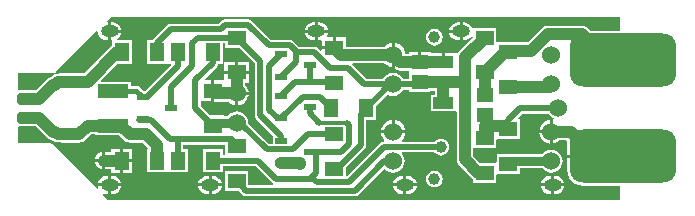
<source format=gbr>
%TF.GenerationSoftware,Altium Limited,Altium Designer,18.1.7 (191)*%
G04 Layer_Physical_Order=1*
G04 Layer_Color=255*
%FSLAX45Y45*%
%MOMM*%
%TF.FileFunction,Copper,L1,Top,Signal*%
%TF.Part,Single*%
G01*
G75*
%TA.AperFunction,SMDPad,CuDef*%
%ADD10R,1.75000X1.00000*%
%ADD11R,1.55000X1.30000*%
%ADD12R,1.00000X0.60000*%
%ADD13R,1.30000X1.55000*%
%ADD14R,2.65000X1.15000*%
%ADD15R,1.35000X1.20000*%
G04:AMPARAMS|DCode=16|XSize=1mm|YSize=2mm|CornerRadius=0.25mm|HoleSize=0mm|Usage=FLASHONLY|Rotation=90.000|XOffset=0mm|YOffset=0mm|HoleType=Round|Shape=RoundedRectangle|*
%AMROUNDEDRECTD16*
21,1,1.00000,1.50000,0,0,90.0*
21,1,0.50000,2.00000,0,0,90.0*
1,1,0.50000,0.75000,0.25000*
1,1,0.50000,0.75000,-0.25000*
1,1,0.50000,-0.75000,-0.25000*
1,1,0.50000,-0.75000,0.25000*
%
%ADD16ROUNDEDRECTD16*%
%TA.AperFunction,FiducialPad,Global*%
%ADD17C,1.00000*%
%TA.AperFunction,Conductor*%
%ADD18C,1.00000*%
%ADD19C,0.40000*%
%ADD20C,0.50000*%
%ADD21C,0.30000*%
%ADD22C,0.80000*%
%TA.AperFunction,ViaPad*%
%ADD23O,1.50000X1.00000*%
%TA.AperFunction,ComponentPad*%
%ADD24C,1.52400*%
G04:AMPARAMS|DCode=25|XSize=9mm|YSize=4.5mm|CornerRadius=1.125mm|HoleSize=0mm|Usage=FLASHONLY|Rotation=0.000|XOffset=0mm|YOffset=0mm|HoleType=Round|Shape=RoundedRectangle|*
%AMROUNDEDRECTD25*
21,1,9.00000,2.25000,0,0,0.0*
21,1,6.75000,4.50000,0,0,0.0*
1,1,2.25000,3.37500,-1.12500*
1,1,2.25000,-3.37500,-1.12500*
1,1,2.25000,-3.37500,1.12500*
1,1,2.25000,3.37500,1.12500*
%
%ADD25ROUNDEDRECTD25*%
%TA.AperFunction,ViaPad*%
%ADD26C,1.00000*%
G36*
X-25488Y652143D02*
X-277294D01*
X-300076Y674924D01*
X-314698Y686145D01*
X-331727Y693198D01*
X-350000Y695604D01*
X-641758D01*
X-660031Y693198D01*
X-677060Y686145D01*
X-691682Y674924D01*
X-809303Y557304D01*
X-877500D01*
Y557500D01*
X-1072500D01*
X-1077500Y568128D01*
Y682500D01*
X-1268103D01*
X-1272500Y682500D01*
X-1283525Y686544D01*
X-1284138Y688025D01*
X-1296224Y703776D01*
X-1311975Y715862D01*
X-1330317Y723459D01*
X-1350000Y726051D01*
X-1362300D01*
Y650000D01*
Y573949D01*
X-1350000D01*
X-1330317Y576541D01*
X-1311975Y584138D01*
X-1296224Y596224D01*
X-1290953Y603094D01*
X-1277627Y599598D01*
X-1277019Y595330D01*
X-1389924Y482424D01*
X-1399977Y469324D01*
X-1412100Y467900D01*
Y467900D01*
X-1412101Y467900D01*
X-1512300D01*
Y392499D01*
X-1537700D01*
Y467900D01*
X-1632100D01*
Y472900D01*
X-1712299D01*
Y387500D01*
X-1737699D01*
Y472900D01*
X-1817900D01*
Y458103D01*
X-1848590D01*
X-1851015Y476523D01*
X-1861252Y501238D01*
X-1877538Y522462D01*
X-1898762Y538747D01*
X-1923477Y548985D01*
X-1937300Y550805D01*
Y450000D01*
Y337480D01*
X-1922802Y326355D01*
X-1905773Y319302D01*
X-1887500Y316896D01*
X-1817900D01*
Y302100D01*
X-1817900D01*
X-1812500Y297500D01*
Y245881D01*
X-1864879D01*
X-1865969Y248515D01*
X-1881389Y268610D01*
X-1901485Y284030D01*
X-1924887Y293724D01*
X-1950000Y297030D01*
X-1975113Y293724D01*
X-1998515Y284030D01*
X-2018610Y268610D01*
X-2034030Y248515D01*
X-2035121Y245881D01*
X-2175153D01*
X-2295968Y366696D01*
X-2291375Y379396D01*
X-2023888D01*
X-2022462Y377538D01*
X-2001238Y361252D01*
X-1976523Y351015D01*
X-1962700Y349195D01*
Y450000D01*
Y550805D01*
X-1976523Y548985D01*
X-2001238Y538747D01*
X-2022462Y522462D01*
X-2023888Y520604D01*
X-2347100D01*
Y600400D01*
X-2437300D01*
Y510000D01*
X-2450000D01*
Y497300D01*
X-2552900D01*
Y488240D01*
X-2564633Y483380D01*
X-2588696Y507443D01*
X-2603581Y517389D01*
X-2621140Y520882D01*
X-2749856D01*
X-2793917Y564943D01*
X-2808802Y574889D01*
X-2826360Y578381D01*
X-2984856D01*
X-3146417Y739943D01*
X-3161302Y749889D01*
X-3178861Y753381D01*
X-3371140D01*
X-3388698Y749889D01*
X-3403583Y739943D01*
X-3427961Y715565D01*
X-3830317D01*
X-3847875Y712072D01*
X-3862760Y702127D01*
X-3984943Y579943D01*
X-3989917Y572500D01*
X-4037500D01*
Y377500D01*
X-3870200D01*
X-3867501Y377500D01*
Y377500D01*
X-3857499D01*
Y377500D01*
X-3832847D01*
X-3827586Y364800D01*
X-4047386Y145000D01*
X-4062323D01*
X-4093661Y176338D01*
X-4106892Y185179D01*
X-4122500Y188284D01*
X-4122501Y188283D01*
X-4172500D01*
Y225000D01*
X-4420053D01*
X-4424913Y236733D01*
X-4284146Y377500D01*
X-4162500D01*
Y572500D01*
X-4282019D01*
X-4285397Y580434D01*
X-4285591Y585200D01*
X-4271224Y596224D01*
X-4259138Y611975D01*
X-4251541Y630316D01*
X-4250621Y637300D01*
X-4337300D01*
Y573075D01*
X-4332500Y572500D01*
X-4332500Y563811D01*
Y527932D01*
X-4336419Y524925D01*
X-4565740Y295604D01*
X-4763589D01*
X-4781862Y293198D01*
X-4788126Y290604D01*
X-4791127D01*
X-4809400Y288198D01*
X-4826429Y281144D01*
X-4841051Y269924D01*
X-4845240Y265735D01*
X-4845812Y265660D01*
X-4862840Y258607D01*
X-4877463Y247386D01*
X-4973967Y150882D01*
X-5110000D01*
X-5114694Y149948D01*
X-5124511Y158005D01*
Y299511D01*
X-4825001D01*
X-4815246Y301452D01*
X-4806977Y306977D01*
X-4462921Y651032D01*
X-4450462Y645531D01*
X-4448459Y630316D01*
X-4440862Y611975D01*
X-4428776Y596224D01*
X-4413025Y584138D01*
X-4394683Y576541D01*
X-4375000Y573949D01*
X-4362700D01*
Y650000D01*
Y726051D01*
X-4369942D01*
X-4375346Y738607D01*
X-4339442Y774511D01*
X-25488Y774512D01*
Y652143D01*
D02*
G37*
G36*
X-1812500Y137500D02*
X-1637500D01*
Y146896D01*
X-1595604D01*
Y112500D01*
X-1632500D01*
Y-27500D01*
X-1529588D01*
X-1525000Y-28104D01*
X-1520412Y-27500D01*
X-1417500D01*
X-1410604Y-37344D01*
Y-435000D01*
X-1408198Y-453274D01*
X-1401145Y-470302D01*
X-1389924Y-484925D01*
X-1277425Y-597425D01*
X-1272500Y-601203D01*
Y-632500D01*
X-1077500D01*
Y-568129D01*
X-1072500Y-557500D01*
X-1064800Y-557500D01*
X-877500D01*
Y-511176D01*
X-684316D01*
X-678611Y-518611D01*
X-658515Y-534031D01*
X-635113Y-543724D01*
X-610000Y-547030D01*
X-584887Y-543724D01*
X-561485Y-534031D01*
X-541390Y-518611D01*
X-525969Y-498515D01*
X-516276Y-475113D01*
X-512970Y-450000D01*
X-516276Y-424887D01*
X-525969Y-401485D01*
X-541390Y-381390D01*
X-561485Y-365970D01*
X-584887Y-356276D01*
X-610000Y-352970D01*
X-635113Y-356276D01*
X-658515Y-365970D01*
X-678611Y-381390D01*
X-684316Y-388825D01*
X-877500D01*
Y-387500D01*
X-1072500D01*
Y-451871D01*
X-1077501Y-462500D01*
X-1085200Y-462500D01*
X-1212651D01*
X-1269396Y-405755D01*
Y-337500D01*
X-1077500D01*
Y-273129D01*
X-1072500Y-262500D01*
X-877500D01*
Y-92500D01*
X-885006D01*
X-889866Y-80767D01*
X-854981Y-45882D01*
X-635121D01*
X-634030Y-48515D01*
X-618610Y-68611D01*
X-598515Y-84031D01*
X-590747Y-87248D01*
X-594062Y-99622D01*
X-597301Y-99195D01*
Y-200000D01*
Y-300805D01*
X-583477Y-298985D01*
X-558762Y-288748D01*
X-537538Y-272462D01*
X-536112Y-270604D01*
X-485876D01*
X-475161Y-282648D01*
X-476590Y-293500D01*
Y-393300D01*
X0D01*
Y-418700D01*
X-476590D01*
Y-518500D01*
X-471850Y-554499D01*
X-457955Y-588045D01*
X-435851Y-616852D01*
X-407045Y-638956D01*
X-373499Y-652851D01*
X-337500Y-657590D01*
X-25488D01*
Y-774512D01*
X-4364442Y-774512D01*
X-4406744Y-732210D01*
X-4399550Y-721444D01*
X-4394683Y-723459D01*
X-4375000Y-726051D01*
X-4362700D01*
Y-662700D01*
X-4449379D01*
X-4448459Y-669683D01*
X-4446443Y-674550D01*
X-4457210Y-681744D01*
X-4831976Y-306977D01*
X-4840246Y-301452D01*
X-4850000Y-299512D01*
X-5124511D01*
Y-158005D01*
X-5114694Y-149948D01*
X-5110000Y-150882D01*
X-4976468D01*
X-4877425Y-249925D01*
X-4862802Y-261145D01*
X-4845774Y-268198D01*
X-4842324Y-268652D01*
X-4841051Y-269925D01*
X-4826429Y-281145D01*
X-4809400Y-288199D01*
X-4791127Y-290604D01*
X-4771001D01*
X-4770773Y-290698D01*
X-4752500Y-293104D01*
X-4611373D01*
X-4593100Y-290698D01*
X-4576071Y-283645D01*
X-4561449Y-272425D01*
X-4507128Y-218104D01*
X-4477500D01*
Y-225000D01*
X-4274849D01*
X-4228049Y-271800D01*
X-4213427Y-283020D01*
X-4196398Y-290073D01*
X-4178125Y-292479D01*
X-4070472D01*
X-4028151Y-334800D01*
X-4033412Y-347500D01*
X-4037500D01*
Y-542500D01*
X-3867501D01*
Y-542500D01*
X-3857500D01*
Y-542500D01*
X-3687500D01*
Y-347500D01*
X-3726619D01*
Y-308984D01*
X-3372500D01*
Y-399118D01*
X-3392500D01*
Y-347500D01*
X-3562500D01*
Y-542500D01*
X-3392500D01*
Y-490881D01*
X-3114005D01*
X-2972443Y-632443D01*
X-2969137Y-634652D01*
X-2966521Y-651675D01*
X-2968484Y-654119D01*
X-3173495D01*
X-3177500Y-650114D01*
Y-532500D01*
X-3372500D01*
Y-702500D01*
X-3254887D01*
X-3224943Y-732443D01*
X-3210058Y-742389D01*
X-3192500Y-745882D01*
X-2275000D01*
X-2257442Y-742389D01*
X-2242557Y-732443D01*
X-2028102Y-517989D01*
X-2018610Y-518611D01*
X-1998515Y-534031D01*
X-1975113Y-543724D01*
X-1950000Y-547030D01*
X-1924887Y-543724D01*
X-1901485Y-534031D01*
X-1881389Y-518611D01*
X-1865969Y-498515D01*
X-1856276Y-475113D01*
X-1852970Y-450000D01*
X-1856276Y-424887D01*
X-1865969Y-401485D01*
X-1876791Y-387382D01*
X-1870528Y-374682D01*
X-1601145D01*
X-1596124Y-381225D01*
X-1581502Y-392445D01*
X-1564473Y-399498D01*
X-1546200Y-401904D01*
X-1527926Y-399498D01*
X-1510898Y-392445D01*
X-1496275Y-381225D01*
X-1485055Y-366602D01*
X-1478002Y-349574D01*
X-1475596Y-331300D01*
X-1478002Y-313027D01*
X-1485055Y-295998D01*
X-1496275Y-281376D01*
X-1510898Y-270156D01*
X-1527926Y-263102D01*
X-1546200Y-260696D01*
X-1564473Y-263102D01*
X-1581502Y-270156D01*
X-1596124Y-281376D01*
X-1597308Y-282919D01*
X-1872182D01*
X-1875816Y-270219D01*
X-1861252Y-251239D01*
X-1851015Y-226523D01*
X-1849195Y-212700D01*
X-1950000D01*
X-2050805D01*
X-2048985Y-226523D01*
X-2038748Y-251239D01*
X-2024184Y-270219D01*
X-2026610Y-278697D01*
X-2029513Y-283060D01*
X-2046358Y-286411D01*
X-2061244Y-296357D01*
X-2339800Y-574914D01*
X-2352500Y-569653D01*
Y-508356D01*
X-2192557Y-348413D01*
X-2182611Y-333528D01*
X-2179119Y-315970D01*
Y-97500D01*
X-2092500D01*
Y20114D01*
X-1997192Y115421D01*
X-1975113Y106276D01*
X-1950000Y102970D01*
X-1924887Y106276D01*
X-1901485Y115969D01*
X-1881389Y131389D01*
X-1865969Y151485D01*
X-1864879Y154118D01*
X-1812500D01*
Y137500D01*
D02*
G37*
G36*
X-3372500Y512500D02*
X-3254887D01*
X-3120881Y378495D01*
Y-57356D01*
X-3117389Y-74914D01*
X-3107443Y-89799D01*
X-2965000Y-232242D01*
Y-304119D01*
X-3000995D01*
X-3178219Y-126894D01*
X-3177970Y-125000D01*
X-3181276Y-99887D01*
X-3190969Y-76485D01*
X-3206390Y-56390D01*
X-3226485Y-40970D01*
X-3249887Y-31277D01*
X-3275000Y-27970D01*
X-3300113Y-31277D01*
X-3323515Y-40970D01*
X-3343611Y-56390D01*
X-3349316Y-63825D01*
X-3380000D01*
Y-62500D01*
X-3497614D01*
X-3579119Y19005D01*
Y57100D01*
X-3490200D01*
Y147500D01*
Y237900D01*
X-3540621D01*
X-3545481Y249633D01*
X-3445057Y350057D01*
X-3435111Y364942D01*
X-3432613Y377500D01*
X-3392500D01*
Y551618D01*
X-3372500D01*
Y512500D01*
D02*
G37*
%LPC*%
G36*
X-1387700Y726051D02*
X-1400000D01*
X-1419683Y723459D01*
X-1438025Y715862D01*
X-1453776Y703776D01*
X-1465862Y688025D01*
X-1473459Y669683D01*
X-1474379Y662700D01*
X-1387700D01*
Y726051D01*
D02*
G37*
G36*
X-2575000D02*
X-2587300D01*
Y662700D01*
X-2500621D01*
X-2501541Y669683D01*
X-2509138Y688025D01*
X-2521224Y703776D01*
X-2536975Y715862D01*
X-2555316Y723459D01*
X-2575000Y726051D01*
D02*
G37*
G36*
X-2612700D02*
X-2625000D01*
X-2644683Y723459D01*
X-2663025Y715862D01*
X-2678776Y703776D01*
X-2690862Y688025D01*
X-2698459Y669683D01*
X-2699379Y662700D01*
X-2612700D01*
Y726051D01*
D02*
G37*
G36*
X-4325000D02*
X-4337300D01*
Y662700D01*
X-4250621D01*
X-4251541Y669683D01*
X-4259138Y688025D01*
X-4271224Y703776D01*
X-4286975Y715862D01*
X-4305317Y723459D01*
X-4325000Y726051D01*
D02*
G37*
G36*
X-1387700Y637300D02*
X-1474379D01*
X-1473459Y630316D01*
X-1465862Y611975D01*
X-1453776Y596224D01*
X-1438025Y584138D01*
X-1419683Y576541D01*
X-1400000Y573949D01*
X-1387700D01*
Y637300D01*
D02*
G37*
G36*
X-2612700D02*
X-2699379D01*
X-2698459Y630316D01*
X-2690862Y611975D01*
X-2678776Y596224D01*
X-2663025Y584138D01*
X-2644683Y576541D01*
X-2625000Y573949D01*
X-2612700D01*
Y637300D01*
D02*
G37*
G36*
X-1600000Y670604D02*
X-1618274Y668198D01*
X-1635302Y661145D01*
X-1649925Y649925D01*
X-1661145Y635302D01*
X-1668198Y618274D01*
X-1670604Y600000D01*
X-1668198Y581727D01*
X-1661145Y564698D01*
X-1649925Y550076D01*
X-1635302Y538855D01*
X-1618274Y531802D01*
X-1600000Y529396D01*
X-1581727Y531802D01*
X-1564698Y538855D01*
X-1550076Y550076D01*
X-1538855Y564698D01*
X-1531802Y581727D01*
X-1529396Y600000D01*
X-1531802Y618274D01*
X-1538855Y635302D01*
X-1550076Y649925D01*
X-1564698Y661145D01*
X-1581727Y668198D01*
X-1600000Y670604D01*
D02*
G37*
G36*
X-2500621Y637300D02*
X-2587300D01*
Y573949D01*
X-2575000D01*
X-2565600Y575187D01*
X-2552900Y564387D01*
Y522700D01*
X-2462700D01*
Y600400D01*
X-2503663D01*
X-2505336Y603793D01*
X-2508672Y613100D01*
X-2501541Y630316D01*
X-2500621Y637300D01*
D02*
G37*
G36*
X-1937300Y-99195D02*
Y-187300D01*
X-1849195D01*
X-1851015Y-173477D01*
X-1861252Y-148762D01*
X-1877538Y-127538D01*
X-1898762Y-111253D01*
X-1923477Y-101015D01*
X-1937300Y-99195D01*
D02*
G37*
G36*
X-622701Y-99195D02*
X-636523Y-101015D01*
X-661238Y-111253D01*
X-682462Y-127538D01*
X-698748Y-148762D01*
X-708985Y-173477D01*
X-710805Y-187300D01*
X-622701D01*
Y-99195D01*
D02*
G37*
G36*
X-1962700Y-99195D02*
X-1976523Y-101015D01*
X-2001238Y-111253D01*
X-2022462Y-127538D01*
X-2038748Y-148762D01*
X-2048985Y-173477D01*
X-2050805Y-187300D01*
X-1962700D01*
Y-99195D01*
D02*
G37*
G36*
X-622701Y-212700D02*
X-710805D01*
X-708985Y-226523D01*
X-698748Y-251239D01*
X-682462Y-272462D01*
X-661238Y-288748D01*
X-636523Y-298985D01*
X-622701Y-300805D01*
Y-212700D01*
D02*
G37*
G36*
X-4260200Y-342100D02*
X-4337900D01*
Y-374396D01*
X-4373423D01*
X-4380317Y-371541D01*
X-4387300Y-370621D01*
Y-445000D01*
Y-519379D01*
X-4380317Y-518459D01*
X-4373423Y-515604D01*
X-4337900D01*
Y-547900D01*
X-4260200D01*
Y-445000D01*
Y-342100D01*
D02*
G37*
G36*
X-4412700Y-370621D02*
X-4419684Y-371541D01*
X-4438025Y-379138D01*
X-4453776Y-391224D01*
X-4465862Y-406975D01*
X-4473459Y-425316D01*
X-4474379Y-432300D01*
X-4412700D01*
Y-370621D01*
D02*
G37*
G36*
X-4157100Y-342100D02*
X-4234800D01*
Y-432300D01*
X-4157100D01*
Y-342100D01*
D02*
G37*
G36*
X-4412700Y-457700D02*
X-4474379D01*
X-4473459Y-464683D01*
X-4465862Y-483025D01*
X-4453776Y-498776D01*
X-4438025Y-510862D01*
X-4419684Y-518459D01*
X-4412700Y-519379D01*
Y-457700D01*
D02*
G37*
G36*
X-4157100Y-457700D02*
X-4234800D01*
Y-547900D01*
X-4157100D01*
Y-457700D01*
D02*
G37*
G36*
X-575000Y-573949D02*
X-587300D01*
Y-637300D01*
X-500621D01*
X-501541Y-630316D01*
X-509138Y-611975D01*
X-521224Y-596224D01*
X-536975Y-584138D01*
X-555317Y-576541D01*
X-575000Y-573949D01*
D02*
G37*
G36*
X-612700D02*
X-625000D01*
X-644683Y-576541D01*
X-663025Y-584138D01*
X-678776Y-596224D01*
X-690862Y-611975D01*
X-698459Y-630316D01*
X-699379Y-637300D01*
X-612700D01*
Y-573949D01*
D02*
G37*
G36*
X-1825000D02*
X-1837300D01*
Y-637300D01*
X-1750621D01*
X-1751541Y-630316D01*
X-1759138Y-611975D01*
X-1771224Y-596224D01*
X-1786975Y-584138D01*
X-1805317Y-576541D01*
X-1825000Y-573949D01*
D02*
G37*
G36*
X-1862700D02*
X-1875000D01*
X-1894684Y-576541D01*
X-1913025Y-584138D01*
X-1928776Y-596224D01*
X-1940862Y-611975D01*
X-1948459Y-630316D01*
X-1949379Y-637300D01*
X-1862700D01*
Y-573949D01*
D02*
G37*
G36*
X-3475000D02*
X-3487300D01*
Y-637300D01*
X-3400621D01*
X-3401541Y-630316D01*
X-3409138Y-611975D01*
X-3421224Y-596224D01*
X-3436975Y-584138D01*
X-3455317Y-576541D01*
X-3475000Y-573949D01*
D02*
G37*
G36*
X-3512700D02*
X-3525000D01*
X-3544684Y-576541D01*
X-3563025Y-584138D01*
X-3578776Y-596224D01*
X-3590862Y-611975D01*
X-3598459Y-630316D01*
X-3599379Y-637300D01*
X-3512700D01*
Y-573949D01*
D02*
G37*
G36*
X-4325000D02*
X-4337300D01*
Y-637300D01*
X-4250621D01*
X-4251541Y-630316D01*
X-4259138Y-611975D01*
X-4271224Y-596224D01*
X-4286975Y-584138D01*
X-4305317Y-576541D01*
X-4325000Y-573949D01*
D02*
G37*
G36*
X-4362700D02*
X-4375000D01*
X-4394683Y-576541D01*
X-4413025Y-584138D01*
X-4428776Y-596224D01*
X-4440862Y-611975D01*
X-4448459Y-630316D01*
X-4449379Y-637300D01*
X-4362700D01*
Y-573949D01*
D02*
G37*
G36*
X-1600000Y-529396D02*
X-1618274Y-531802D01*
X-1635302Y-538855D01*
X-1649925Y-550076D01*
X-1661145Y-564698D01*
X-1668198Y-581727D01*
X-1670604Y-600000D01*
X-1668198Y-618274D01*
X-1661145Y-635302D01*
X-1649925Y-649925D01*
X-1635302Y-661145D01*
X-1618274Y-668198D01*
X-1600000Y-670604D01*
X-1581727Y-668198D01*
X-1564698Y-661145D01*
X-1550076Y-649925D01*
X-1538855Y-635302D01*
X-1531802Y-618274D01*
X-1529396Y-600000D01*
X-1531802Y-581727D01*
X-1538855Y-564698D01*
X-1550076Y-550076D01*
X-1564698Y-538855D01*
X-1581727Y-531802D01*
X-1600000Y-529396D01*
D02*
G37*
G36*
X-500621Y-662700D02*
X-587300D01*
Y-726051D01*
X-575000D01*
X-555317Y-723459D01*
X-536975Y-715862D01*
X-521224Y-703776D01*
X-509138Y-688025D01*
X-501541Y-669683D01*
X-500621Y-662700D01*
D02*
G37*
G36*
X-612700D02*
X-699379D01*
X-698459Y-669683D01*
X-690862Y-688025D01*
X-678776Y-703776D01*
X-663025Y-715862D01*
X-644683Y-723459D01*
X-625000Y-726051D01*
X-612700D01*
Y-662700D01*
D02*
G37*
G36*
X-1750621D02*
X-1837300D01*
Y-726051D01*
X-1825000D01*
X-1805317Y-723459D01*
X-1786975Y-715862D01*
X-1771224Y-703776D01*
X-1759138Y-688025D01*
X-1751541Y-669683D01*
X-1750621Y-662700D01*
D02*
G37*
G36*
X-1862700D02*
X-1949379D01*
X-1948459Y-669683D01*
X-1940862Y-688025D01*
X-1928776Y-703776D01*
X-1913025Y-715862D01*
X-1894684Y-723459D01*
X-1875000Y-726051D01*
X-1862700D01*
Y-662700D01*
D02*
G37*
G36*
X-3400621D02*
X-3487300D01*
Y-726051D01*
X-3475000D01*
X-3455317Y-723459D01*
X-3436975Y-715862D01*
X-3421224Y-703776D01*
X-3409138Y-688025D01*
X-3401541Y-669683D01*
X-3400621Y-662700D01*
D02*
G37*
G36*
X-3512700D02*
X-3599379D01*
X-3598459Y-669683D01*
X-3590862Y-688025D01*
X-3578776Y-703776D01*
X-3563025Y-715862D01*
X-3544684Y-723459D01*
X-3525000Y-726051D01*
X-3512700D01*
Y-662700D01*
D02*
G37*
G36*
X-4250621D02*
X-4337300D01*
Y-726051D01*
X-4325000D01*
X-4305317Y-723459D01*
X-4286975Y-715862D01*
X-4271224Y-703776D01*
X-4259138Y-688025D01*
X-4251541Y-669683D01*
X-4250621Y-662700D01*
D02*
G37*
G36*
X-3172100Y392900D02*
X-3262300D01*
Y315200D01*
X-3172100D01*
Y392900D01*
D02*
G37*
G36*
X-3287700D02*
X-3377900D01*
Y315200D01*
X-3287700D01*
Y392900D01*
D02*
G37*
G36*
X-3174195Y112300D02*
X-3262300D01*
Y24195D01*
X-3248477Y26015D01*
X-3223762Y36252D01*
X-3202538Y52538D01*
X-3186252Y73761D01*
X-3176015Y98477D01*
X-3174195Y112300D01*
D02*
G37*
G36*
X-3275000Y302500D02*
D01*
Y289800D01*
X-3377900D01*
Y237900D01*
X-3464800D01*
Y147500D01*
Y55686D01*
X-3455000Y54396D01*
X-3348888D01*
X-3347462Y52538D01*
X-3326238Y36252D01*
X-3301523Y26015D01*
X-3287700Y24195D01*
Y125000D01*
X-3275000D01*
Y137700D01*
X-3174195D01*
X-3176015Y151523D01*
X-3186252Y176238D01*
X-3202538Y197462D01*
X-3204396Y198888D01*
Y212100D01*
X-3172100D01*
Y289800D01*
X-3275000D01*
Y302500D01*
D02*
G37*
%LPD*%
D10*
X-1525000Y42500D02*
D03*
Y392500D02*
D03*
D11*
X-2450000Y510000D02*
D03*
Y215000D02*
D03*
X-3275000Y-617500D02*
D03*
Y-322500D02*
D03*
Y302500D02*
D03*
Y597500D02*
D03*
X-3477500Y147500D02*
D03*
Y-147500D02*
D03*
X-2450000Y-222500D02*
D03*
Y-517500D02*
D03*
X-1175000Y-252500D02*
D03*
Y-547500D02*
D03*
Y302500D02*
D03*
Y597500D02*
D03*
X-975000Y177500D02*
D03*
Y472500D02*
D03*
Y-472500D02*
D03*
Y-177500D02*
D03*
D12*
X-2895000Y-275000D02*
D03*
Y-465000D02*
D03*
X-2655000Y-370000D02*
D03*
X-4070000Y95000D02*
D03*
Y-95000D02*
D03*
X-3830000Y0D02*
D03*
X-2895000Y457500D02*
D03*
Y267500D02*
D03*
X-2655000Y362500D02*
D03*
X-2895000Y102500D02*
D03*
Y-87500D02*
D03*
X-2655000Y7500D02*
D03*
D13*
X-3477500Y475000D02*
D03*
X-3772500D02*
D03*
X-3772500Y-445000D02*
D03*
X-3477500D02*
D03*
X-3952500D02*
D03*
X-4247500D02*
D03*
X-3952500Y475000D02*
D03*
X-4247500D02*
D03*
X-2177500Y0D02*
D03*
X-2472500D02*
D03*
D14*
X-4325000Y147500D02*
D03*
Y-147500D02*
D03*
D15*
X-1725000Y217500D02*
D03*
Y387500D02*
D03*
X-1175000Y110000D02*
D03*
Y-60000D02*
D03*
D16*
X-5035000Y-80000D02*
D03*
Y80000D02*
D03*
D17*
X-1600000Y600000D02*
D03*
Y-600000D02*
D03*
D18*
X-4752500Y-222500D02*
X-4611373D01*
X-4536373Y-147500D01*
X-4325000D01*
X-4768589Y220000D02*
X-4763589Y225000D01*
X-4791127Y220000D02*
X-4768589D01*
X-4813665Y197462D02*
X-4791127Y220000D01*
X-4827538Y197462D02*
X-4813665D01*
X-4763589Y225000D02*
X-4536495D01*
X-4945000Y80000D02*
X-4827538Y197462D01*
X-4827500Y-200000D02*
X-4811127D01*
X-4791127Y-220000D01*
X-4755000D01*
X-4752500Y-222500D01*
X-4947500Y-80000D02*
X-4827500Y-200000D01*
X-3952500Y-445000D02*
Y-310603D01*
X-4041227Y-221875D02*
X-3952500Y-310603D01*
X-4178125Y-221875D02*
X-4041227D01*
X-4252500Y-147500D02*
X-4178125Y-221875D01*
X-1175000Y-150000D02*
X-1002500D01*
X-632500Y177500D02*
X-610000Y200000D01*
X-975000Y177500D02*
X-632500D01*
X-990800Y486700D02*
X-780058D01*
X-641758Y625000D01*
X-1175000Y302500D02*
X-990800Y486700D01*
X-641758Y625000D02*
X-350000D01*
X-1340000Y432500D02*
X-1175000Y597500D01*
X-1340000Y217500D02*
Y432500D01*
Y-435000D02*
Y217500D01*
Y-435000D02*
X-1227500Y-547500D01*
X-1175000Y-252500D02*
Y-150000D01*
X-1002500D02*
X-975000Y-177500D01*
X-610000Y200000D02*
X-600000D01*
X-1887500Y387500D02*
X-1700000D01*
X-2895000Y-465000D02*
X-2738995D01*
X-241500Y-406000D02*
X-74999D01*
X-447500Y-200000D02*
X-241500Y-406000D01*
X-600000Y-200000D02*
X-447500D01*
X-350000Y625000D02*
X-225000Y500000D01*
X-5035000Y-80000D02*
X-4947500D01*
X-1520000Y217500D02*
X-1340000D01*
X-1700000D02*
X-1520000D01*
X-1525000Y212499D02*
X-1520000Y217500D01*
X-1525000Y42500D02*
Y212499D01*
X-1530000Y387500D02*
X-1525000Y392500D01*
X-1725000Y387500D02*
X-1530000D01*
X-2738995Y-470000D02*
Y-465000D01*
X-2390000Y450000D02*
X-1950000D01*
X-2450000Y510000D02*
X-2390000Y450000D01*
X-4286495Y475000D02*
X-4247500D01*
X-4536495Y225000D02*
X-4286495Y475000D01*
X-1950000Y450000D02*
X-1887500Y387500D01*
X-4400000Y-445000D02*
X-4247500D01*
X-3275000Y125000D02*
Y302500D01*
X-3477500Y147500D02*
X-3455000Y125000D01*
X-3275000D01*
X-4325000Y-147500D02*
X-4252500D01*
X-5035000Y80000D02*
X-4945000D01*
X-1227500Y-547500D02*
X-1175000D01*
Y110000D02*
Y272500D01*
D19*
X-3314398Y-263102D02*
X-3250000Y-327500D01*
X-4070000Y95000D02*
X-4032500D01*
X-4122500Y147500D02*
X-4070000Y95000D01*
X-4325000Y147500D02*
X-4122500D01*
D20*
X-4100000Y-100000D02*
X-4000000D01*
X-3836898Y-263102D02*
X-3772500D01*
Y-445000D02*
Y-263102D01*
X-3314398D01*
X-4000000Y-100000D02*
X-3836898Y-263102D01*
X-873985Y-0D02*
X-550000D01*
X-974492Y-100507D02*
X-873985Y-0D01*
X-2025000Y-450000D02*
X-1950000D01*
X-2275000Y-700000D02*
X-2025000Y-450000D01*
X-3192500Y-700000D02*
X-2275000D01*
X-1717500Y200000D02*
X-1700000Y217500D01*
X-1950000Y200000D02*
X-1717500D01*
X-1977500D02*
X-1950000D01*
X-2194158D02*
X-1977500D01*
X-2225000Y-47500D02*
X-1977500Y200000D01*
X-2331658Y337500D02*
X-2194158Y200000D01*
X-2483639Y337500D02*
X-2331658D01*
X-2225000Y-315970D02*
Y-47500D01*
X-2426531Y-517500D02*
X-2225000Y-315970D01*
X-2450000Y-517500D02*
X-2426531D01*
X-2895000Y-275000D02*
Y-237356D01*
X-3075000Y-57356D02*
X-2895000Y-237356D01*
X-3075000Y-57356D02*
Y397500D01*
X-3275000Y597500D02*
X-3075000Y397500D01*
X-3000000Y352500D02*
X-2895000Y457500D01*
X-3000000Y-12501D02*
Y352500D01*
Y-12501D02*
X-2925000Y-87500D01*
X-3003861Y532500D02*
X-2826360D01*
X-3178861Y707500D02*
X-3003861Y532500D01*
X-3371140Y707500D02*
X-3178861D01*
X-3408956Y669683D02*
X-3371140Y707500D01*
X-3830317Y669683D02*
X-3408956D01*
X-3952500Y547500D02*
X-3830317Y669683D01*
X-3602500Y597500D02*
X-3275000D01*
X-3650000Y550000D02*
X-3602500Y597500D01*
X-2028800Y-328800D02*
X-1546200D01*
X-2600000Y-550000D02*
Y-370000D01*
X-2343861Y-122500D02*
X-2327500Y-138861D01*
X-2655000Y-45000D02*
X-2577500Y-122500D01*
X-2655000Y-45000D02*
Y7500D01*
X-3477500Y382500D02*
Y475000D01*
X-3625000Y235000D02*
X-3477500Y382500D01*
X-3625000Y0D02*
Y235000D01*
Y0D02*
X-3477500Y-147500D01*
X-2826360Y532500D02*
X-2775000Y481140D01*
Y387500D02*
Y481140D01*
X-2895000Y267500D02*
X-2775000Y387500D01*
X-2768861Y475000D02*
X-2621140D01*
X-2327500Y-627500D02*
X-2028800Y-328800D01*
X-2597500Y-627500D02*
X-2327500D01*
X-3650000Y355000D02*
Y550000D01*
X-3830000Y175000D02*
X-3650000Y355000D01*
X-2625000Y-600000D02*
X-2597500Y-627500D01*
X-2650000Y-600000D02*
X-2625000D01*
X-2650000D02*
X-2600000Y-550000D01*
X-2567500Y95000D02*
X-2472500Y0D01*
X-2712500Y95000D02*
X-2567500D01*
X-2895000Y-87500D02*
X-2712500Y95000D01*
X-2655000Y220000D02*
X-2455000D01*
X-2777500D02*
X-2655000D01*
X-2895000Y102500D02*
X-2777500Y220000D01*
X-2672500Y-222500D02*
X-2450000D01*
X-2800000Y-350000D02*
X-2672500Y-222500D01*
X-3020000Y-350000D02*
X-2800000D01*
X-3245000Y-125000D02*
X-3020000Y-350000D01*
X-2600000Y-370000D02*
X-2391360D01*
X-2940000Y-600000D02*
X-2650000D01*
X-3095000Y-445000D02*
X-2940000Y-600000D01*
X-3275000Y-617500D02*
X-3192500Y-700000D01*
X-2327500Y-306140D02*
Y-138861D01*
X-2391360Y-370000D02*
X-2327500Y-306140D01*
X-1950000Y-450000D02*
X-1925877Y-425877D01*
X-2621140Y475000D02*
X-2483639Y337500D01*
X-3952500Y475000D02*
Y547500D01*
X-2455000Y220000D02*
X-2450000Y215000D01*
X-2655000Y220000D02*
Y362500D01*
X-2925000Y-87500D02*
X-2895000D01*
X-3477500Y-445000D02*
X-3095000D01*
X-3830000Y0D02*
Y175000D01*
X-3772500Y355000D02*
Y475000D01*
X-4032500Y95000D02*
X-3772500Y355000D01*
D21*
X-2577500Y-122500D02*
X-2343861D01*
D22*
X-975000Y-472500D02*
X-952500Y-450000D01*
X-3275000Y-125000D02*
X-3245000D01*
X-3477500Y-147500D02*
X-3455000Y-125000D01*
X-3275000D01*
X-952500Y-450000D02*
X-600000D01*
D23*
X-4350000Y650000D02*
D03*
Y-650000D02*
D03*
X-3500000D02*
D03*
X-2600000Y650000D02*
D03*
X-1850000Y-650000D02*
D03*
X-1375000Y650000D02*
D03*
X-600000Y-650000D02*
D03*
D24*
X-1950000Y-450000D02*
D03*
Y-200000D02*
D03*
X-3275000Y-125000D02*
D03*
Y125000D02*
D03*
X-1950000Y200000D02*
D03*
Y450000D02*
D03*
X-610000Y-200000D02*
D03*
Y-450000D02*
D03*
Y450000D02*
D03*
Y200000D02*
D03*
X-550000Y-0D02*
D03*
D25*
X0Y-406000D02*
D03*
Y406000D02*
D03*
D26*
X-1546200Y-331300D02*
D03*
X-2738995Y-470000D02*
D03*
X-4400000Y-445000D02*
D03*
%TF.MD5,fa93d767210d9aec4f56f9f126d216fb*%
M02*

</source>
